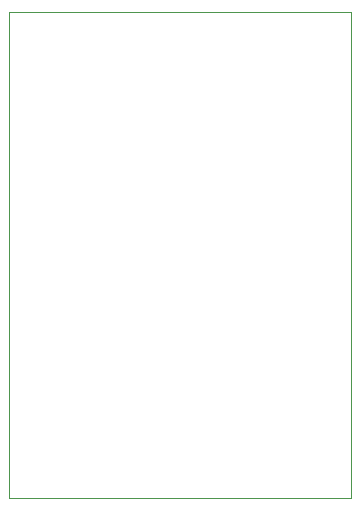
<source format=gbr>
%TF.GenerationSoftware,KiCad,Pcbnew,9.0.6*%
%TF.CreationDate,2026-02-23T11:34:12+10:00*%
%TF.ProjectId,ae-tracker-db,61652d74-7261-4636-9b65-722d64622e6b,rev?*%
%TF.SameCoordinates,Original*%
%TF.FileFunction,Profile,NP*%
%FSLAX46Y46*%
G04 Gerber Fmt 4.6, Leading zero omitted, Abs format (unit mm)*
G04 Created by KiCad (PCBNEW 9.0.6) date 2026-02-23 11:34:12*
%MOMM*%
%LPD*%
G01*
G04 APERTURE LIST*
%TA.AperFunction,Profile*%
%ADD10C,0.050000*%
%TD*%
G04 APERTURE END LIST*
D10*
X163493992Y-79400000D02*
X134493992Y-79400000D01*
X134493992Y-79400000D02*
X134493992Y-120495489D01*
X163493992Y-120495489D02*
X163493992Y-79400000D01*
X134493992Y-120495489D02*
X163493992Y-120495489D01*
M02*

</source>
